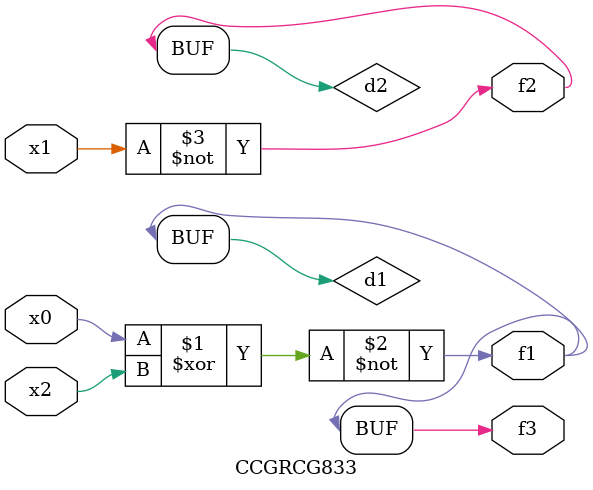
<source format=v>
module CCGRCG833(
	input x0, x1, x2,
	output f1, f2, f3
);

	wire d1, d2, d3;

	xnor (d1, x0, x2);
	nand (d2, x1);
	nor (d3, x1, x2);
	assign f1 = d1;
	assign f2 = d2;
	assign f3 = d1;
endmodule

</source>
